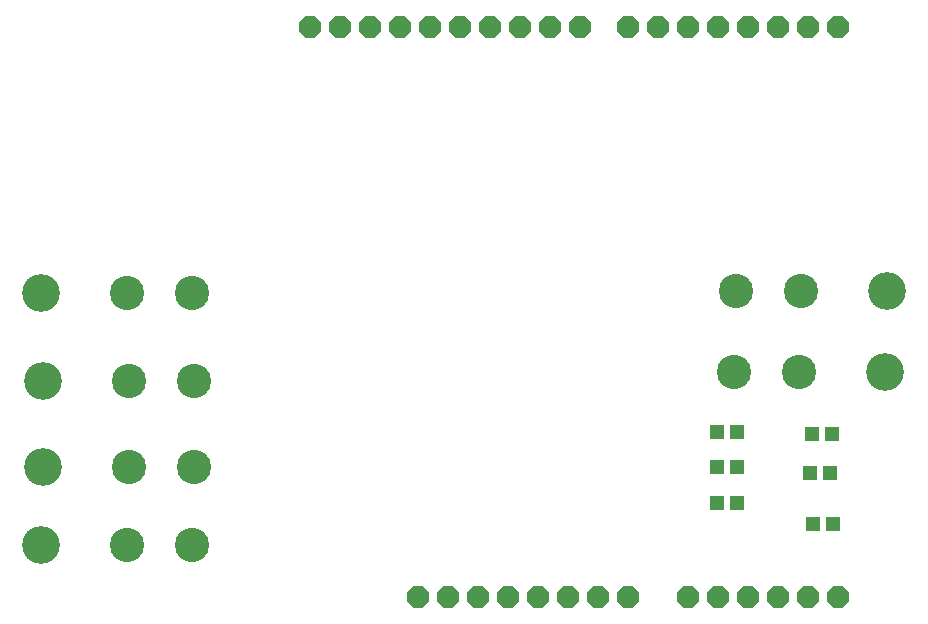
<source format=gbr>
G04 EAGLE Gerber RS-274X export*
G75*
%MOMM*%
%FSLAX34Y34*%
%LPD*%
%INSoldermask Bottom*%
%IPPOS*%
%AMOC8*
5,1,8,0,0,1.08239X$1,22.5*%
G01*
%ADD10P,2.034460X8X22.500000*%
%ADD11R,1.203200X1.303200*%
%ADD12R,1.303200X1.203200*%
%ADD13C,2.903200*%
%ADD14C,3.203200*%


D10*
X533400Y508000D03*
X508000Y25400D03*
X558800Y508000D03*
X584200Y508000D03*
X609600Y508000D03*
X635000Y508000D03*
X508000Y508000D03*
X482600Y508000D03*
X457200Y508000D03*
X416560Y508000D03*
X391160Y508000D03*
X365760Y508000D03*
X340360Y508000D03*
X314960Y508000D03*
X289560Y508000D03*
X264160Y508000D03*
X238760Y508000D03*
X533400Y25400D03*
X558800Y25400D03*
X584200Y25400D03*
X609600Y25400D03*
X635000Y25400D03*
X457200Y25400D03*
X431800Y25400D03*
X406400Y25400D03*
X381000Y25400D03*
X355600Y25400D03*
X330200Y25400D03*
X213360Y508000D03*
X187960Y508000D03*
X304800Y25400D03*
X279400Y25400D03*
D11*
X629530Y163830D03*
X612530Y163830D03*
X611260Y130810D03*
X628260Y130810D03*
D12*
X630800Y87630D03*
X613800Y87630D03*
D13*
X601980Y215900D03*
X546980Y215900D03*
D14*
X674980Y215900D03*
D11*
X549520Y165100D03*
X532520Y165100D03*
X532520Y135890D03*
X549520Y135890D03*
D12*
X532520Y105410D03*
X549520Y105410D03*
D13*
X603250Y284480D03*
X548250Y284480D03*
D14*
X676250Y284480D03*
D13*
X33020Y69850D03*
X88020Y69850D03*
D14*
X-39980Y69850D03*
D13*
X34290Y135890D03*
X89290Y135890D03*
D14*
X-38710Y135890D03*
D13*
X33020Y283210D03*
X88020Y283210D03*
D14*
X-39980Y283210D03*
D13*
X34290Y208280D03*
X89290Y208280D03*
D14*
X-38710Y208280D03*
M02*

</source>
